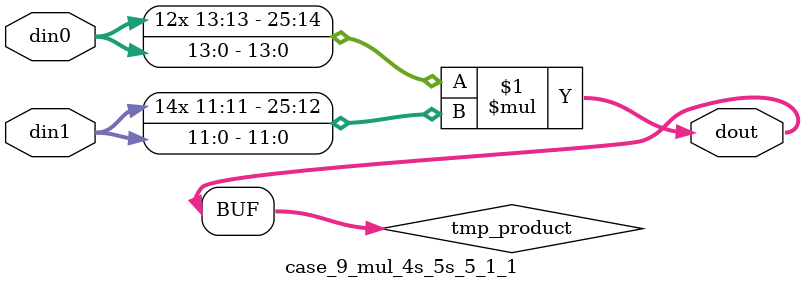
<source format=v>

`timescale 1 ns / 1 ps

 module case_9_mul_4s_5s_5_1_1(din0, din1, dout);
parameter ID = 1;
parameter NUM_STAGE = 0;
parameter din0_WIDTH = 14;
parameter din1_WIDTH = 12;
parameter dout_WIDTH = 26;

input [din0_WIDTH - 1 : 0] din0; 
input [din1_WIDTH - 1 : 0] din1; 
output [dout_WIDTH - 1 : 0] dout;

wire signed [dout_WIDTH - 1 : 0] tmp_product;



























assign tmp_product = $signed(din0) * $signed(din1);








assign dout = tmp_product;





















endmodule

</source>
